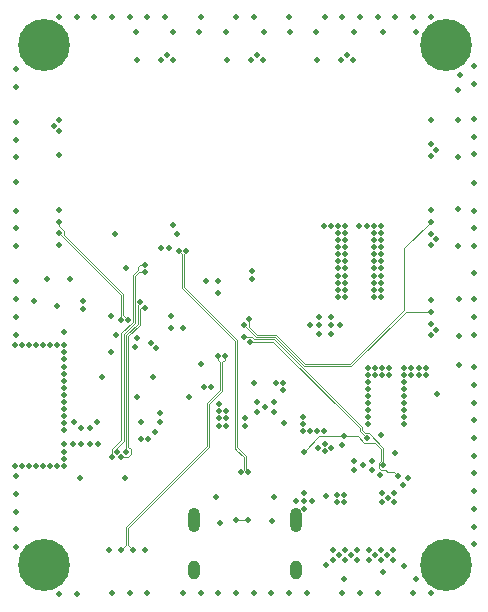
<source format=gbr>
G04 #@! TF.GenerationSoftware,KiCad,Pcbnew,(5.99.0-7554-g937713dbbc)*
G04 #@! TF.CreationDate,2020-12-16T08:12:25+03:00*
G04 #@! TF.ProjectId,BioniX,42696f6e-6958-42e6-9b69-6361645f7063,rev?*
G04 #@! TF.SameCoordinates,PX6422c40PY5a995c0*
G04 #@! TF.FileFunction,Copper,L4,Bot*
G04 #@! TF.FilePolarity,Positive*
%FSLAX46Y46*%
G04 Gerber Fmt 4.6, Leading zero omitted, Abs format (unit mm)*
G04 Created by KiCad (PCBNEW (5.99.0-7554-g937713dbbc)) date 2020-12-16 08:12:25*
%MOMM*%
%LPD*%
G01*
G04 APERTURE LIST*
G04 #@! TA.AperFunction,ComponentPad*
%ADD10C,0.500000*%
G04 #@! TD*
G04 #@! TA.AperFunction,ComponentPad*
%ADD11O,1.000000X2.100000*%
G04 #@! TD*
G04 #@! TA.AperFunction,ComponentPad*
%ADD12O,1.000000X1.600000*%
G04 #@! TD*
G04 #@! TA.AperFunction,ComponentPad*
%ADD13C,0.700000*%
G04 #@! TD*
G04 #@! TA.AperFunction,ComponentPad*
%ADD14C,4.400000*%
G04 #@! TD*
G04 #@! TA.AperFunction,ViaPad*
%ADD15C,0.500000*%
G04 #@! TD*
G04 #@! TA.AperFunction,Conductor*
%ADD16C,0.100000*%
G04 #@! TD*
G04 APERTURE END LIST*
D10*
G04 #@! TO.P,U1,49,VSS*
G04 #@! TO.N,GND*
X13730000Y24040000D03*
X17730000Y26040000D03*
X13730000Y23040000D03*
X16730000Y27040000D03*
X14730000Y23040000D03*
X17730000Y27040000D03*
G04 #@! TD*
G04 #@! TO.P,U4,11,PGND*
G04 #@! TO.N,GND*
X21730000Y16370000D03*
X22430000Y15970000D03*
X21030000Y15970000D03*
X21030000Y16770000D03*
X22430000Y16770000D03*
G04 #@! TD*
G04 #@! TO.P,U3,11,EP*
G04 #@! TO.N,GND*
X30800000Y11840000D03*
X30800000Y11040000D03*
X30000000Y11440000D03*
X29200000Y11040000D03*
X29200000Y11840000D03*
G04 #@! TD*
D11*
G04 #@! TO.P,J1,S1,SHIELD*
G04 #@! TO.N,GND*
X15680000Y6780000D03*
X24320000Y6780000D03*
D12*
X15680000Y2600000D03*
X24320000Y2600000D03*
G04 #@! TD*
D13*
G04 #@! TO.P,H4,*
G04 #@! TO.N,*
X38650000Y47000000D03*
X38166726Y48166726D03*
X35833274Y45833274D03*
X37000000Y45350000D03*
X38166726Y45833274D03*
D14*
X37000000Y47000000D03*
D13*
X35350000Y47000000D03*
X35833274Y48166726D03*
X37000000Y48650000D03*
G04 #@! TD*
G04 #@! TO.P,H1,*
G04 #@! TO.N,*
X4650000Y3000000D03*
X3000000Y1350000D03*
X3000000Y4650000D03*
D14*
X3000000Y3000000D03*
D13*
X4166726Y4166726D03*
X4166726Y1833274D03*
X1833274Y1833274D03*
X1350000Y3000000D03*
X1833274Y4166726D03*
G04 #@! TD*
G04 #@! TO.P,H2,*
G04 #@! TO.N,*
X35833274Y4166726D03*
X35350000Y3000000D03*
X35833274Y1833274D03*
X38166726Y1833274D03*
X38166726Y4166726D03*
X38650000Y3000000D03*
X37000000Y1350000D03*
X37000000Y4650000D03*
D14*
X37000000Y3000000D03*
G04 #@! TD*
D13*
G04 #@! TO.P,H3,*
G04 #@! TO.N,*
X1350000Y47000000D03*
X4166726Y45833274D03*
X4166726Y48166726D03*
X3000000Y45350000D03*
X3000000Y48650000D03*
X1833274Y45833274D03*
X1833274Y48166726D03*
X4650000Y47000000D03*
D14*
X3000000Y47000000D03*
G04 #@! TD*
D10*
G04 #@! TO.P,U5,21,PGND*
G04 #@! TO.N,GND*
X25514999Y23280000D03*
X26264999Y22530000D03*
X26264999Y24030000D03*
X27264999Y24030000D03*
X28014999Y23280000D03*
X26264999Y23280000D03*
X27264999Y23280000D03*
X27264999Y22530000D03*
G04 #@! TD*
D15*
G04 #@! TO.N,GND*
X4050000Y24900000D03*
X10900000Y17200000D03*
X7900000Y18950000D03*
X15250000Y17200000D03*
X12250000Y18900000D03*
X35760000Y40640000D03*
X4240000Y37700000D03*
X10870000Y45760000D03*
X18500000Y45750000D03*
X26125000Y45750000D03*
X13950000Y31775000D03*
G04 #@! TO.N,6V*
X4250000Y40700000D03*
X4250000Y39700000D03*
X3850000Y40200000D03*
X12875000Y45750000D03*
X13375000Y46150000D03*
X13875000Y45750000D03*
X21500000Y45750000D03*
X21000000Y46150000D03*
X20500000Y45750000D03*
X28625000Y46150000D03*
X28125000Y45750000D03*
X29125000Y45750000D03*
X36150000Y38125000D03*
X35750000Y38625000D03*
X35750000Y37625000D03*
G04 #@! TO.N,GND*
X10800000Y48150000D03*
X13950000Y48150000D03*
X16150000Y48150000D03*
X18400000Y48150000D03*
X21600000Y48150000D03*
X23800000Y48150000D03*
X26050000Y48150000D03*
X29200000Y48150000D03*
X31650000Y48150000D03*
X600000Y45000000D03*
X600000Y43500000D03*
X34450000Y48150000D03*
X38050000Y43250000D03*
X38050000Y40700000D03*
X38050000Y37550000D03*
X39400000Y45250000D03*
X39400000Y43750000D03*
X10250000Y49400000D03*
X11750000Y49400000D03*
X28250000Y49400000D03*
X29750000Y49400000D03*
X33500000Y14900000D03*
X34700000Y19700000D03*
X12830000Y15090000D03*
X33500000Y16100000D03*
X600000Y40500000D03*
X34250000Y600000D03*
X30900000Y25700000D03*
X29500000Y3450000D03*
X6850000Y14580000D03*
X30900000Y28700000D03*
X10250000Y600000D03*
X35750000Y49400000D03*
X16250000Y19975000D03*
X600000Y33000000D03*
X33500000Y17900000D03*
X4100000Y11400000D03*
X1700000Y21600000D03*
X500000Y21600000D03*
X4700000Y19200000D03*
X39400000Y40750000D03*
X33500000Y18500000D03*
X4700000Y15000000D03*
X11750000Y600000D03*
X11830000Y13640000D03*
X39400000Y25500000D03*
X19250000Y600000D03*
X600000Y27000000D03*
X7250000Y49400000D03*
X31500000Y29900000D03*
X25000000Y9100000D03*
X31500000Y27500000D03*
X4250000Y49400000D03*
X35300000Y19100000D03*
X31500000Y25700000D03*
X33500000Y17300000D03*
X35750000Y25430000D03*
X4700000Y19800000D03*
X6850000Y13200000D03*
X34700000Y19100000D03*
X31650000Y2400000D03*
X39400000Y37750000D03*
X9050000Y22450000D03*
X38150000Y19900000D03*
X31500000Y31100000D03*
X5750000Y49400000D03*
X16250000Y49400000D03*
X23750000Y49400000D03*
X600000Y25500000D03*
X33500000Y16700000D03*
X2900000Y11400000D03*
X28400000Y8900000D03*
X4700000Y12000000D03*
X39400000Y9250000D03*
X25700000Y8400000D03*
X17750000Y600000D03*
X20560000Y27220000D03*
X8700000Y21040000D03*
X4700000Y21600000D03*
X4700000Y18600000D03*
X17100000Y18050000D03*
X30900000Y29900000D03*
X7470000Y15110000D03*
X8750000Y49400000D03*
X4700000Y20400000D03*
X28400000Y8300000D03*
X39400000Y6250000D03*
X33500000Y15500000D03*
X600000Y37500000D03*
X1700000Y11400000D03*
X31500000Y28100000D03*
X35750000Y600000D03*
X30900000Y27500000D03*
X39400000Y7750000D03*
X30900000Y30500000D03*
X9810000Y10380000D03*
X33500000Y19700000D03*
X39400000Y33000000D03*
X6150000Y14580000D03*
X600000Y10500000D03*
X600000Y39000000D03*
X600000Y35390000D03*
X38050000Y30000000D03*
X39400000Y19750000D03*
X23750000Y600000D03*
X29500000Y4250000D03*
X39400000Y12250000D03*
X5750000Y500000D03*
X14750000Y600000D03*
X39400000Y39250000D03*
X4700000Y12600000D03*
X38200000Y44500000D03*
X30900000Y31100000D03*
X28500000Y4250000D03*
X39400000Y13750000D03*
X31530000Y13990000D03*
X33350000Y9750000D03*
X32750000Y49400000D03*
X38150000Y22350000D03*
X1100000Y11400000D03*
X2900000Y21600000D03*
X31500000Y26900000D03*
X31500000Y26300000D03*
X30300000Y31700000D03*
X31500000Y31700000D03*
X31500000Y29300000D03*
X30900000Y29300000D03*
X39400000Y35350000D03*
X600000Y31500000D03*
X600000Y7500000D03*
X28250000Y600000D03*
X4700000Y14400000D03*
X33850000Y10400000D03*
X4700000Y21000000D03*
X1100000Y21600000D03*
X39400000Y31500000D03*
X3500000Y21600000D03*
X28000000Y3850000D03*
X25000000Y8400000D03*
X29750000Y600000D03*
X33450000Y2900000D03*
X2300000Y21600000D03*
X600000Y6000000D03*
X31450000Y10640000D03*
X31250000Y49400000D03*
X4700000Y11400000D03*
X3500000Y11400000D03*
X34500000Y1800000D03*
X39400000Y27750000D03*
X4700000Y17400000D03*
X5530000Y15110000D03*
X4700000Y16200000D03*
X600000Y9000000D03*
X19250000Y49400000D03*
X34100000Y19100000D03*
X33500000Y19100000D03*
X600000Y22500000D03*
X27500000Y3450000D03*
X39400000Y10750000D03*
X12830000Y15900000D03*
X20750000Y49400000D03*
X34250000Y49400000D03*
X6150000Y13200000D03*
X32720000Y12510000D03*
X26750000Y49400000D03*
X30900000Y31700000D03*
X25000000Y7700000D03*
X39400000Y22500000D03*
X39400000Y24000000D03*
X38050000Y33150000D03*
X4700000Y16800000D03*
X31250000Y600000D03*
X26850000Y3000000D03*
X28350000Y1800000D03*
X8750000Y600000D03*
X27800000Y8300000D03*
X500000Y11400000D03*
X35760000Y33070000D03*
X29700000Y31700000D03*
X28500000Y3450000D03*
X13250000Y49400000D03*
X12410000Y14290000D03*
X39400000Y15250000D03*
X2300000Y11400000D03*
X16250000Y600000D03*
X34100000Y19700000D03*
X31500000Y30500000D03*
X30900000Y26900000D03*
X4700000Y13200000D03*
X5450000Y13200000D03*
X22250000Y600000D03*
X27800000Y8900000D03*
X4700000Y15600000D03*
X8990000Y31000000D03*
X30900000Y26300000D03*
X30900000Y28100000D03*
X4700000Y18000000D03*
X24300000Y8400000D03*
X26850000Y8850000D03*
X27500000Y4250000D03*
X4250000Y500000D03*
X25250000Y600000D03*
X7550000Y13200000D03*
X600000Y4500000D03*
X38150000Y25500000D03*
X4100000Y21600000D03*
X11500000Y4250000D03*
X600000Y24000000D03*
X39400000Y16750000D03*
X29000000Y3850000D03*
X39400000Y30000000D03*
X4250000Y30082157D03*
X35300000Y19700000D03*
X600000Y30000000D03*
X39400000Y4750000D03*
X20750000Y600000D03*
X31500000Y28700000D03*
X13550000Y29870000D03*
X39400000Y18250000D03*
G04 #@! TO.N,6V*
X28500000Y30500000D03*
X28500000Y29300000D03*
X27900000Y26300000D03*
X27900000Y28100000D03*
X27900000Y26900000D03*
X28500000Y25700000D03*
X27900000Y31700000D03*
X36260000Y17450000D03*
X28500000Y31100000D03*
X28500000Y31700000D03*
X35750000Y30057157D03*
X28500000Y28700000D03*
X27900000Y30500000D03*
X36150000Y22927157D03*
X28500000Y29900000D03*
X26700000Y31700000D03*
X27300000Y31700000D03*
X35750000Y31057157D03*
X36150000Y30557157D03*
X28500000Y26300000D03*
X27900000Y29300000D03*
X35750000Y23427157D03*
X27900000Y31100000D03*
X27900000Y29900000D03*
X28500000Y27500000D03*
X27900000Y25700000D03*
X28500000Y28100000D03*
X27900000Y28700000D03*
X28500000Y26900000D03*
X35750000Y22427157D03*
X27900000Y27500000D03*
G04 #@! TO.N,3.3V*
X18400000Y16000000D03*
X20050000Y15400000D03*
X6000000Y10390000D03*
X11240000Y15090000D03*
X18400000Y15400000D03*
X4250000Y33072157D03*
X10725000Y21450000D03*
X10875000Y22200000D03*
X9940000Y28130000D03*
X16500000Y18060000D03*
X3245000Y27181250D03*
X17800000Y15400000D03*
X20050000Y14800000D03*
X14290000Y31000000D03*
X4705000Y22681250D03*
X6325000Y25331250D03*
X20730000Y18420000D03*
X8700000Y24080000D03*
X12025000Y21825000D03*
X17800000Y16600000D03*
X12475000Y21400000D03*
X18400000Y14800000D03*
X20560000Y27860000D03*
X12910000Y29870000D03*
X8500000Y4250000D03*
X17800000Y16000000D03*
X5215000Y27181250D03*
X6325000Y24651250D03*
X11190000Y13640000D03*
X2125000Y25331250D03*
X17800000Y14800000D03*
G04 #@! TO.N,SDA*
X4250000Y32072157D03*
X10109301Y23730699D03*
G04 #@! TO.N,SCL*
X4250000Y31082157D03*
X9509300Y23729622D03*
G04 #@! TO.N,BAT_VOLT*
X19960000Y22290000D03*
X31720000Y11440000D03*
G04 #@! TO.N,VBAT*
X32600000Y8300000D03*
X27300000Y12930000D03*
X31500000Y3450000D03*
X32100000Y8700000D03*
X26750000Y12630000D03*
X26200000Y12930000D03*
X32000000Y3850000D03*
X30500000Y3450000D03*
X28240000Y13120000D03*
X32500000Y3450000D03*
X31600000Y9100000D03*
X31500000Y4250000D03*
X32500000Y4250000D03*
X31000000Y3850000D03*
X26770000Y13280000D03*
X32600000Y9100000D03*
X31600000Y8300000D03*
X30500000Y4250000D03*
G04 #@! TO.N,VUSB*
X32980000Y10540000D03*
X24970000Y12600000D03*
X28349916Y13880000D03*
G04 #@! TO.N,SERVO_Y*
X20310000Y23790000D03*
X35750000Y32060000D03*
G04 #@! TO.N,SERVO_X*
X19960000Y23290000D03*
X35760000Y24430000D03*
G04 #@! TO.N,EMG_2*
X10500000Y4250000D03*
X18280003Y20690000D03*
G04 #@! TO.N,EMG_1*
X17680000Y20690000D03*
X9500000Y4250000D03*
G04 #@! TO.N,BAT_STAT*
X20406743Y21889472D03*
X30310000Y13730000D03*
G04 #@! TO.N,D-*
X15032433Y29539950D03*
X20300000Y10871290D03*
G04 #@! TO.N,D+*
X19700000Y10871290D03*
X14432433Y29539950D03*
G04 #@! TO.N,BT_TX*
X9540000Y12150000D03*
X11500000Y24790000D03*
G04 #@! TO.N,BT_RX*
X9940000Y12600000D03*
X11160000Y25290000D03*
G04 #@! TO.N,Net-(J1-PadA7)*
X20252157Y6770000D03*
X19250000Y6770000D03*
G04 #@! TO.N,VBUS*
X32200000Y19100000D03*
X30400000Y17300000D03*
X30400000Y19100000D03*
X30400000Y19700000D03*
X30400000Y18500000D03*
X24900000Y14900000D03*
X30400000Y14900000D03*
X23200000Y18400000D03*
X26700000Y14300000D03*
X31000000Y19100000D03*
X30400000Y16100000D03*
X31000000Y19700000D03*
X30400000Y17900000D03*
X24900000Y15500000D03*
X30400000Y16700000D03*
X23200000Y17800000D03*
X32200000Y19700000D03*
X25500000Y14300000D03*
X24900000Y14300000D03*
X23300000Y15000000D03*
X31600000Y19100000D03*
X31600000Y19700000D03*
X22600000Y18400000D03*
X30400000Y15500000D03*
X26100000Y14300000D03*
G04 #@! TO.N,BT_2*
X11500000Y27790000D03*
X9140000Y12600000D03*
G04 #@! TO.N,BT_1*
X11500000Y28390000D03*
X8740000Y12150000D03*
G04 #@! TO.N,Net-(F1-Pad1)*
X17550000Y8750000D03*
X22260000Y6710000D03*
X17900000Y6550000D03*
X22450000Y8750000D03*
G04 #@! TD*
D16*
G04 #@! TO.N,BAT_STAT*
X30310000Y13730000D02*
X29722846Y14317154D01*
X29722846Y14317154D02*
X29722846Y14558586D01*
X29722846Y14558586D02*
X22391960Y21889472D01*
X22391960Y21889472D02*
X20715889Y21889472D01*
X20715889Y21889472D02*
X20406743Y21889472D01*
G04 #@! TO.N,SERVO_Y*
X33500000Y29810000D02*
X33500000Y24612856D01*
X22640498Y22489502D02*
X21043354Y22489502D01*
X20360001Y23172855D02*
X20360001Y23739999D01*
X33500000Y24612856D02*
X28927154Y20040010D01*
X28927154Y20040010D02*
X25089990Y20040010D01*
X35750000Y32060000D02*
X33500000Y29810000D01*
X25089990Y20040010D02*
X22640498Y22489502D01*
X21043354Y22489502D02*
X20360001Y23172855D01*
X20360001Y23739999D02*
X20310000Y23790000D01*
G04 #@! TO.N,SERVO_X*
X19960000Y23290000D02*
X20960508Y22289492D01*
X20960508Y22289492D02*
X22557652Y22289492D01*
X22557652Y22289492D02*
X25007144Y19840000D01*
X25007144Y19840000D02*
X29010000Y19840000D01*
X29010000Y19840000D02*
X33600000Y24430000D01*
X33600000Y24430000D02*
X35760000Y24430000D01*
X33710000Y24430000D02*
X33600000Y24430000D01*
G04 #@! TO.N,SDA*
X10109301Y23730699D02*
X9709310Y24130690D01*
X9709310Y25905703D02*
X4650001Y30965012D01*
X4650001Y30965012D02*
X4650001Y31274158D01*
X4650001Y31274158D02*
X4250000Y31674159D01*
X9709310Y24130690D02*
X9709310Y25905703D01*
X4250000Y31674159D02*
X4250000Y31730000D01*
X4250000Y31730000D02*
X4250000Y32072157D01*
G04 #@! TO.N,SCL*
X9509300Y23729622D02*
X9509300Y25822857D01*
X9509300Y25822857D02*
X4250000Y31082157D01*
G04 #@! TO.N,BAT_VOLT*
X29922856Y14400000D02*
X30192856Y14130000D01*
X19960000Y22290000D02*
X20570000Y22290000D01*
X30192856Y14130000D02*
X30490000Y14130000D01*
X20798735Y22089482D02*
X22474806Y22089482D01*
X20570527Y22289473D02*
X20598744Y22289473D01*
X20598744Y22289473D02*
X20798735Y22089482D01*
X20570000Y22290000D02*
X20570527Y22289473D01*
X30490000Y14130000D02*
X31720000Y12900000D01*
X22474806Y22089482D02*
X29922856Y14641432D01*
X29922856Y14641432D02*
X29922856Y14400000D01*
X31720000Y12900000D02*
X31720000Y11440000D01*
G04 #@! TO.N,VUSB*
X31519990Y11831992D02*
X31519990Y12817154D01*
X31319999Y11632001D02*
X31519990Y11831992D01*
X31319999Y11247999D02*
X31319999Y11632001D01*
X29560000Y13880000D02*
X28349916Y13880000D01*
X28349916Y13880000D02*
X26250000Y13880000D01*
X32980000Y10540000D02*
X32620000Y10900000D01*
X31912001Y11039999D02*
X31527999Y11039999D01*
X26250000Y13880000D02*
X24970000Y12600000D01*
X31527999Y11039999D02*
X31319999Y11247999D01*
X31007144Y13330000D02*
X30110000Y13330000D01*
X30110000Y13330000D02*
X29560000Y13880000D01*
X31519990Y12817154D02*
X31007144Y13330000D01*
X32620000Y10900000D02*
X32052000Y10900000D01*
X32052000Y10900000D02*
X31912001Y11039999D01*
G04 #@! TO.N,EMG_2*
X16970000Y13010000D02*
X16970000Y16637144D01*
X18090000Y17757144D02*
X18090000Y20200000D01*
X18280003Y20390003D02*
X18280003Y20690000D01*
X10100010Y4649990D02*
X10100010Y6140010D01*
X18090000Y20200000D02*
X18280003Y20390003D01*
X10500000Y4250000D02*
X10100010Y4649990D01*
X16970000Y16637144D02*
X18090000Y17757144D01*
X10100010Y6140010D02*
X16970000Y13010000D01*
G04 #@! TO.N,EMG_1*
X17889990Y17839990D02*
X17889990Y20180010D01*
X17889990Y20180010D02*
X17680000Y20390000D01*
X16769990Y13092846D02*
X16769990Y16719990D01*
X9900000Y6222856D02*
X16769990Y13092846D01*
X16769990Y16719990D02*
X17889990Y17839990D01*
X9900000Y4650000D02*
X9900000Y6222856D01*
X17680000Y20390000D02*
X17680000Y20690000D01*
X9500000Y4250000D02*
X9900000Y4650000D01*
G04 #@! TO.N,D-*
X20300000Y10871290D02*
X20100000Y11071290D01*
X20100000Y11071290D02*
X20100000Y12201422D01*
X19330000Y22042856D02*
X14832433Y26540423D01*
X14832433Y29339950D02*
X15032433Y29539950D01*
X20100000Y12201422D02*
X19330000Y12971422D01*
X19330000Y12971422D02*
X19330000Y22042856D01*
X14832433Y26540423D02*
X14832433Y29339950D01*
G04 #@! TO.N,D+*
X14632425Y26670415D02*
X14632433Y26670423D01*
X14632425Y26457575D02*
X14632425Y26670415D01*
X14632433Y26670423D02*
X14632433Y29339950D01*
X19900000Y12118578D02*
X19247166Y12771412D01*
X19700000Y10871290D02*
X19900000Y11071290D01*
X14632433Y29339950D02*
X14432433Y29539950D01*
X19129990Y12888576D02*
X19129990Y21960010D01*
X19129990Y21960010D02*
X14632425Y26457575D01*
X19247154Y12771412D02*
X19129990Y12888576D01*
X19900000Y11071290D02*
X19900000Y12118578D01*
X19247166Y12771412D02*
X19247154Y12771412D01*
G04 #@! TO.N,BT_TX*
X10340001Y12792001D02*
X10140010Y12991992D01*
X10340001Y12407999D02*
X10340001Y12792001D01*
X10082002Y12150000D02*
X10340001Y12407999D01*
X11110010Y23317154D02*
X11110010Y24710010D01*
X10140010Y12991992D02*
X10140010Y22347154D01*
X11190000Y24790000D02*
X11500000Y24790000D01*
X9540000Y12150000D02*
X10082002Y12150000D01*
X10140010Y22347154D02*
X11110010Y23317154D01*
X11110010Y24710010D02*
X11190000Y24790000D01*
G04 #@! TO.N,BT_RX*
X9940000Y12600000D02*
X9940000Y22430000D01*
X10910000Y25040000D02*
X11160000Y25290000D01*
X10910000Y23400000D02*
X10910000Y25040000D01*
X9940000Y22430000D02*
X10910000Y23400000D01*
G04 #@! TO.N,Net-(J1-PadA7)*
X20252157Y6770000D02*
X19250000Y6770000D01*
G04 #@! TO.N,BT_2*
X9739990Y22512846D02*
X10710000Y23482856D01*
X11067998Y27790000D02*
X11500000Y27790000D01*
X9739988Y13529988D02*
X9739990Y13529990D01*
X9140000Y12600000D02*
X9140000Y12909146D01*
X10710000Y27432002D02*
X11067998Y27790000D01*
X10710000Y23482856D02*
X10710000Y27432002D01*
X9739988Y13509134D02*
X9739988Y13529988D01*
X9739990Y13529990D02*
X9739990Y22512846D01*
X9140000Y12909146D02*
X9739988Y13509134D01*
G04 #@! TO.N,BT_1*
X9539980Y22595692D02*
X10509990Y23565702D01*
X11140000Y28390000D02*
X11500000Y28390000D01*
X10509990Y27514848D02*
X10980000Y27984858D01*
X9539980Y13591982D02*
X9539980Y22595692D01*
X10980000Y27984858D02*
X10980000Y28230000D01*
X8739999Y12792001D02*
X9539980Y13591982D01*
X10509990Y23565702D02*
X10509990Y27514848D01*
X8740000Y12150000D02*
X8739999Y12792001D01*
X10980000Y28230000D02*
X11140000Y28390000D01*
G04 #@! TD*
M02*

</source>
